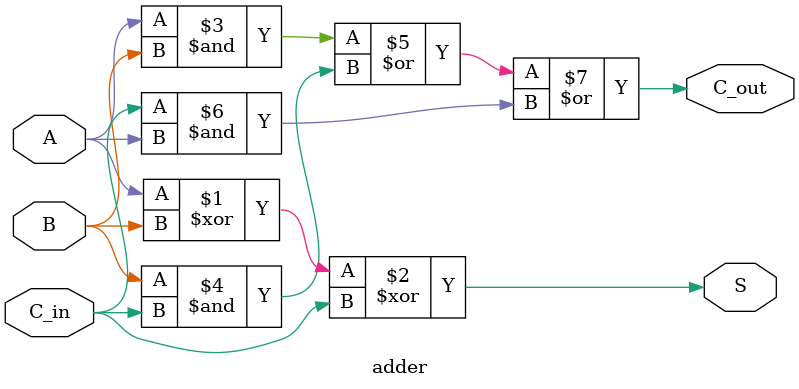
<source format=v>
module adder(C_out,S,A,B,C_in);

    input A,B,C_in;
    output C_out,S;

    assign S=(A^B)^C_in;
    assign C_out=(A&B)|(B&C_in)|(C_in&A);

endmodule
</source>
